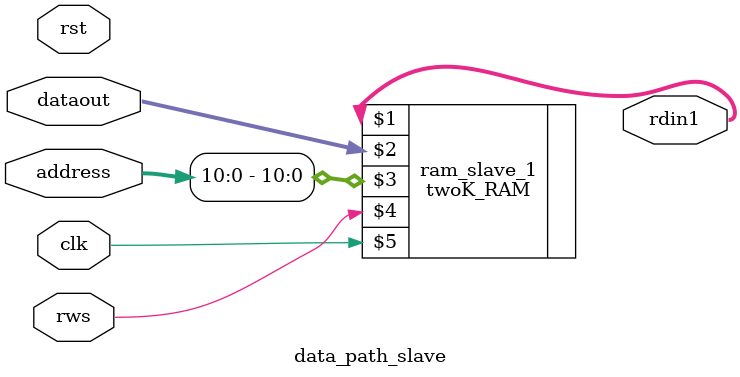
<source format=v>
module data_path_slave(dataout,address,rdin1,clk,rws,rst);


output [31:0] rdin1; // input to the master or output from the slave
input [31:0] dataout; // data out from master
input [15:0] address; // address out from the master

input clk,rws,rst;

twoK_RAM ram_slave_1(rdin1, dataout,address[10:0],rws,clk);


endmodule
</source>
